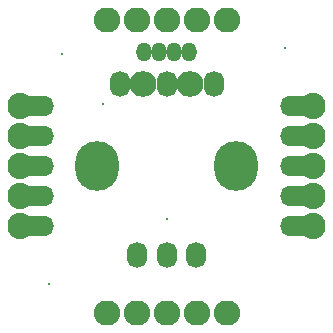
<source format=gts>
G04*
G04 #@! TF.GenerationSoftware,Altium Limited,Altium Designer,18.1.6 (161)*
G04*
G04 Layer_Color=8388736*
%FSLAX25Y25*%
%MOIN*%
G70*
G01*
G75*
%ADD15O,0.12611X0.06706*%
%ADD16O,0.05131X0.06312*%
%ADD17O,0.06700X0.08600*%
%ADD18O,0.08900X0.08600*%
%ADD19O,0.14580X0.16548*%
%ADD20O,0.08800X0.08300*%
%ADD21O,0.08300X0.08800*%
%ADD22C,0.00800*%
%ADD23C,0.00400*%
%ADD24C,0.01200*%
%ADD25C,0.01100*%
D15*
X44094Y20000D02*
D03*
Y10000D02*
D03*
Y0D02*
D03*
Y-10000D02*
D03*
Y-20000D02*
D03*
X-44094D02*
D03*
Y-10000D02*
D03*
Y0D02*
D03*
Y10000D02*
D03*
Y20000D02*
D03*
D16*
X7500Y38189D02*
D03*
X-7500D02*
D03*
X-2500D02*
D03*
X2500D02*
D03*
D17*
X-15748Y27559D02*
D03*
X15748D02*
D03*
X0D02*
D03*
X9843Y-29528D02*
D03*
X0D02*
D03*
X-9843D02*
D03*
D18*
X-7874Y27559D02*
D03*
X7874D02*
D03*
D19*
X23228Y0D02*
D03*
X-23228D02*
D03*
D20*
X-10000Y-48800D02*
D03*
X10000D02*
D03*
X20000D02*
D03*
X-20000D02*
D03*
X0D02*
D03*
X-20000Y48800D02*
D03*
X-10000D02*
D03*
X0D02*
D03*
X10000D02*
D03*
X20000D02*
D03*
D21*
X-48800Y-20000D02*
D03*
Y-10000D02*
D03*
Y0D02*
D03*
Y10000D02*
D03*
Y20000D02*
D03*
X48800D02*
D03*
Y10000D02*
D03*
Y0D02*
D03*
Y-10000D02*
D03*
Y-20000D02*
D03*
D22*
X39370Y39370D02*
D03*
X-39370Y-39370D02*
D03*
D23*
X-2088Y2088D02*
D03*
Y-2088D02*
D03*
X2088D02*
D03*
Y2088D02*
D03*
X-6578Y-43841D02*
D03*
X16535Y-29921D02*
D03*
X-14930Y-44094D02*
D03*
X4331Y-34252D02*
D03*
X-32762Y12611D02*
D03*
X-14805Y44738D02*
D03*
X-31496Y-20000D02*
D03*
X14919Y-26779D02*
D03*
X27559Y-46505D02*
D03*
X33465Y-45276D02*
D03*
X45276Y-27559D02*
D03*
X-29528Y-37402D02*
D03*
X-37402Y-29528D02*
D03*
X-5512Y-24409D02*
D03*
X12598Y-24016D02*
D03*
X33465Y-1969D02*
D03*
Y3937D02*
D03*
Y9843D02*
D03*
Y15354D02*
D03*
Y21654D02*
D03*
X37402Y27559D02*
D03*
X31496Y31496D02*
D03*
X27559Y39370D02*
D03*
X-33465Y45276D02*
D03*
X-41339D02*
D03*
X-43307Y27559D02*
D03*
X-33465Y25591D02*
D03*
X-16295Y7409D02*
D03*
X-19106Y9317D02*
D03*
X-25591Y10630D02*
D03*
X-25748Y17181D02*
D03*
X-45276Y-29528D02*
D03*
X-27559Y-43307D02*
D03*
X-19750Y-24540D02*
D03*
X-29921Y-10000D02*
D03*
X-13077Y3150D02*
D03*
X0Y11811D02*
D03*
X2066Y-11392D02*
D03*
X0Y-22835D02*
D03*
X26772Y-15354D02*
D03*
X-12800Y-13386D02*
D03*
X-1206Y-10630D02*
D03*
X29528Y-19291D02*
D03*
X-23556Y39764D02*
D03*
X-14961Y37402D02*
D03*
X-15268Y-29134D02*
D03*
X-15317Y-24540D02*
D03*
X19540Y-31890D02*
D03*
X-4331Y11811D02*
D03*
X-4724Y15748D02*
D03*
X3937Y11417D02*
D03*
D24*
X-34843Y37402D02*
D03*
X0Y-17717D02*
D03*
D25*
X-21260Y20866D02*
D03*
M02*

</source>
